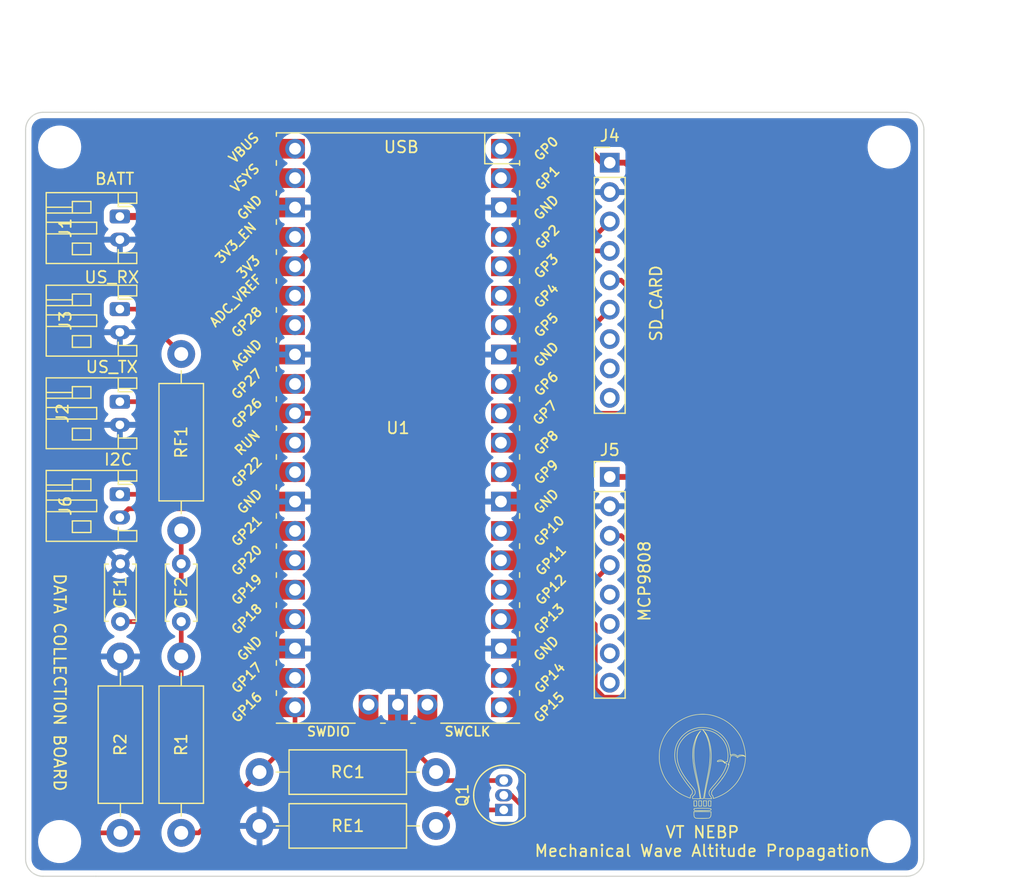
<source format=kicad_pcb>
(kicad_pcb (version 20211014) (generator pcbnew)
  (layers (0 "F.Cu" signal) (31 "B.Cu" power) (34 "B.Paste" user) (35 "F.Paste" user) (36 "B.SilkS" user "B.Silkscreen") (37 "F.SilkS" user "F.Silkscreen") (38 "B.Mask" user) (39 "F.Mask" user) (44 "Edge.Cuts" user))
  (net 0 "")
  (net 1 "GND")
  (net 2 "Net-(CF1-Pad1)")
  (net 3 "Net-(CF2-Pad2)")
  (net 4 "+3.3V")
  (net 5 "US_TX")
  (net 6 "US_RX")
  (net 7 "SD_SCK")
  (net 8 "SD_MISO")
  (net 9 "SD_MOSI")
  (net 10 "SD_CS")
  (net 14 "MCP9808_SDA")
  (net 19 "Net-(Q1-Pad1)")
  (net 20 "US_RX_P")
  (net 21 "SPC_SELECT")
  (net 31 "VCC")
  (net 35 "MCP9808_SCL")
  (net 36 "I2C_SCL")
  (net 37 "I2C_SDA")
  (footprint "Resistor_THT:R_Axial_DIN0411_L9.9mm_D3.6mm_P15.24mm_Horizontal" (layer "F.Cu") (at 101.75 122.75 90)
    (fp_text reference "R2" (at 7.62 0 90) (layer "F.SilkS"))
    (fp_text value "R")
    (pad "1" thru_hole circle (at 0 0 90) (size 2.4 2.4) (drill 1.2) (layers *.Cu *.Mask) (net 3 "Net-(CF2-Pad2)"))
    (pad "2" thru_hole oval (at 15.24 0 90) (size 2.4 2.4) (drill 1.2) (layers *.Cu *.Mask) (net 1 "GND"))
  )
  (footprint "Capacitor_THT:C_Disc_D4.7mm_W2.5mm_P5.00mm" (layer "F.Cu") (at 107 99.5 -90)
    (fp_text reference "CF2" (at 2.5 0 90) (layer "F.SilkS"))
    (fp_text value "C")
    (pad "1" thru_hole circle (at 0 0 270) (size 1.6 1.6) (drill 0.8) (layers *.Cu *.Mask) (net 2 "Net-(CF1-Pad1)"))
    (pad "2" thru_hole circle (at 5 0 270) (size 1.6 1.6) (drill 0.8) (layers *.Cu *.Mask) (net 3 "Net-(CF2-Pad2)"))
  )
  (footprint "Resistor_THT:R_Axial_DIN0411_L9.9mm_D3.6mm_P15.24mm_Horizontal" (layer "F.Cu") (at 129 122.15 180)
    (fp_text reference "RE1" (at 7.62 0) (layer "F.SilkS"))
    (fp_text value "R")
    (pad "1" thru_hole circle (at 0 0 180) (size 2.4 2.4) (drill 1.2) (layers *.Cu *.Mask) (net 19 "Net-(Q1-Pad1)"))
    (pad "2" thru_hole oval (at 15.24 0 180) (size 2.4 2.4) (drill 1.2) (layers *.Cu *.Mask) (net 1 "GND"))
  )
  (footprint "Connector_JST:JST_PH_S2B-PH-K_1x02_P2.00mm_Horizontal" (layer "F.Cu") (at 101.7 93.5 -90)
    (fp_text reference "J6" (at 1 4.7 90) (layer "F.SilkS"))
    (fp_text value "Conn_01x02_Female")
    (fp_text user "I2C" (at -3 0.14 unlocked) (layer "F.SilkS"))
    (pad "1" thru_hole roundrect (at 0 0 270) (size 1.2 1.75) (drill 0.75) (layers *.Cu *.Mask) (roundrect_rratio 0.2083333333) (net 36 "I2C_SCL"))
    (pad "2" thru_hole oval (at 2 0 270) (size 1.2 1.75) (drill 0.75) (layers *.Cu *.Mask) (net 37 "I2C_SDA"))
  )
  (footprint "MountingHole:MountingHole_2.7mm_M2.5" (layer "F.Cu") (at 96.5 123.5)
    (fp_text reference "H3" hide)
    (fp_text value "MountingHole")
    (pad "" np_thru_hole circle (at 0 0) (size 2.7 2.7) (drill 2.7) (layers *.Cu *.Mask))
  )
  (footprint "Rpi_pico:RPi_Pico_SMD_TH" (layer "F.Cu") (at 125.715 87.775)
    (fp_text reference "U1" (at 0 0) (layer "F.SilkS"))
    (fp_text value "Pico")
    (fp_text user "GP2" (at 12.9 -16.51 45) (layer "F.SilkS") (effects (font (size 0.8 0.8))))
    (fp_text user "GND" (at 12.8 19.05 45) (layer "F.SilkS") (effects (font (size 0.8 0.8))))
    (fp_text user "GP20" (at -13.054 11.43 45) (layer "F.SilkS") (effects (font (size 0.8 0.8))))
    (fp_text user "GP21" (at -13.054 8.9 45) (layer "F.SilkS") (effects (font (size 0.8 0.8))))
    (fp_text user "GP27" (at -13.054 -3.8 45) (layer "F.SilkS") (effects (font (size 0.8 0.8))))
    (fp_text user "GND" (at 12.8 6.35 45) (layer "F.SilkS") (effects (font (size 0.8 0.8))))
    (fp_text user "GP3" (at 12.8 -13.97 45) (layer "F.SilkS") (effects (font (size 0.8 0.8))))
    (fp_text user "VBUS" (at -13.3 -24.2 45) (layer "F.SilkS") (effects (font (size 0.8 0.8))))
    (fp_text user "GP22" (at -13.054 3.81 45) (layer "F.SilkS") (effects (font (size 0.8 0.8))))
    (fp_text user "3V3" (at -12.9 -13.9 45) (layer "F.SilkS") (effects (font (size 0.8 0.8))))
    (fp_text user "AGND" (at -13.054 -6.35 45) (layer "F.SilkS") (effects (font (size 0.8 0.8))))
    (fp_text user "GP14" (at 13.1 21.59 45) (layer "F.SilkS") (effects (font (size 0.8 0.8))))
    (fp_text user "SWCLK" (at 6 26.225) (layer "F.SilkS") (effects (font (size 0.8 0.8))))
    (fp_text user "GP7" (at 12.7 -1.3 45) (layer "F.SilkS") (effects (font (size 0.8 0.8))))
    (fp_text user "3V3_EN" (at -14 -16 45) (layer "F.SilkS") (effects (font (size 0.8 0.8))))
    (fp_text user "GP0" (at 12.8 -24.13 45) (layer "F.SilkS") (effects (font (size 0.8 0.8))))
    (fp_text user "GP5" (at 12.8 -8.89 45) (layer "F.SilkS") (effects (font (size 0.8 0.8))))
    (fp_text user "GND" (at -12.8 -19.05 45) (layer "F.SilkS") (effects (font (size 0.8 0.8))))
    (fp_text user "GP26" (at -13.054 -1.27 45) (layer "F.SilkS") (effects (font (size 0.8 0.8))))
    (fp_text user "GP11" (at 13.2 11.43 45) (layer "F.SilkS") (effects (font (size 0.8 0.8))))
    (fp_text user "GP6" (at 12.8 -3.81 45) (layer "F.SilkS") (effects (font (size 0.8 0.8))))
    (fp_text user "ADC_VREF" (at -14 -11 45) (layer "F.SilkS") (effects (font (size 0.8 0.8))))
    (fp_text user "GP15" (at 13.054 24.13 45) (layer "F.SilkS") (effects (font (size 0.8 0.8))))
    (fp_text user "GND" (at 12.8 -19.05 45) (layer "F.SilkS") (effects (font (size 0.8 0.8))))
    (fp_text user "RUN" (at -13 1.27 45) (layer "F.SilkS") (effects (font (size 0.8 0.8))))
    (fp_text user "GP28" (at -13.054 -9.144 45) (layer "F.SilkS") (effects (font (size 0.8 0.8))))
    (fp_text user "GND" (at -12.8 19.05 45) (layer "F.SilkS") (effects (font (size 0.8 0.8))))
    (fp_text user "GND" (at -12.8 6.35 45) (layer "F.SilkS") (effects (font (size 0.8 0.8))))
    (fp_text user "GP17" (at -13.054 21.59 45) (layer "F.SilkS") (effects (font (size 0.8 0.8))))
    (fp_text user "GP1" (at 12.9 -21.6 45) (layer "F.SilkS") (effects (font (size 0.8 0.8))))
    (fp_text user "VSYS" (at -13.2 -21.59 45) (layer "F.SilkS") (effects (font (size 0.8 0.8))))
    (fp_text user "GP18" (at -13.054 16.51 45) (layer "F.SilkS") (effects (font (size 0.8 0.8))))
    (fp_text user "GP19" (at -13.054 13.97 45) (layer "F.SilkS") (effects (font (size 0.8 0.8))))
    (fp_text user "GND" (at 12.8 -6.35 45) (layer "F.SilkS") (effects (font (size 0.8 0.8))))
    (fp_text user "GP9" (at 12.8 3.81 45) (layer "F.SilkS") (effects (font (size 0.8 0.8))))
    (fp_text user "GP12" (at 13.2 13.97 45) (layer "F.SilkS") (effects (font (size 0.8 0.8))))
    (fp_text user "GP8" (at 12.8 1.27 45) (layer "F.SilkS") (effects (font (size 0.8 0.8))))
    (fp_text user "GP10" (at 13.054 8.89 45) (layer "F.SilkS") (effects (font (size 0.8 0.8))))
    (fp_text user "GP13" (at 13.054 16.51 45) (layer "F.SilkS") (effects (font (size 0.8 0.8))))
    (fp_text user "GP4" (at 12.8 -11.43 45) (layer "F.SilkS") (effects (font (size 0.8 0.8))))
    (fp_text user "SWDIO" (at -6 26.225) (layer "F.SilkS") (effects (font (size 0.8 0.8))))
    (fp_text user "GP16" (at -13.054 24.13 45) (layer "F.SilkS") (effects (font (size 0.8 0.8))))
    (pad "1" thru_hole oval (at 8.89 -24.13) (size 1.7 1.7) (drill 1.02) (layers *.Cu *.Mask))
    (pad "1" smd rect (at 8.89 -24.13) (size 3.5 1.7) (drill (offset 0.9 0)) (layers "F.Cu" "F.Mask"))
    (pad "2" smd rect (at 8.89 -21.59) (size 3.5 1.7) (drill (offset 0.9 0)) (layers "F.Cu" "F.Mask"))
    (pad "2" thru_hole oval (at 8.89 -21.59) (size 1.7 1.7) (drill 1.02) (layers *.Cu *.Mask))
    (pad "3" thru_hole rect (at 8.89 -19.05) (size 1.7 1.7) (drill 1.02) (layers *.Cu *.Mask) (net 1 "GND"))
    (pad "3" smd rect (at 8.89 -19.05) (size 3.5 1.7) (drill (offset 0.9 0)) (layers "F.Cu" "F.Mask") (net 1 "GND"))
    (pad "4" thru_hole oval (at 8.89 -16.51) (size 1.7 1.7) (drill 1.02) (layers *.Cu *.Mask) (net 7 "SD_SCK"))
    (pad "4" smd rect (at 8.89 -16.51) (size 3.5 1.7) (drill (offset 0.9 0)) (layers "F.Cu" "F.Mask") (net 7 "SD_SCK"))
    (pad "5" smd rect (at 8.89 -13.97) (size 3.5 1.7) (drill (offset 0.9 0)) (layers "F.Cu" "F.Mask"))
    (pad "5" thru_hole oval (at 8.89 -13.97) (size 1.7 1.7) (drill 1.02) (layers *.Cu *.Mask))
    (pad "6" thru_hole oval (at 8.89 -11.43) (size 1.7 1.7) (drill 1.02) (layers *.Cu *.Mask) (net 8 "SD_MISO"))
    (pad "6" smd rect (at 8.89 -11.43) (size 3.5 1.7) (drill (offset 0.9 0)) (layers "F.Cu" "F.Mask") (net 8 "SD_MISO"))
    (pad "7" thru_hole oval (at 8.89 -8.89) (size 1.7 1.7) (drill 1.02) (layers *.Cu *.Mask) (net 10 "SD_CS"))
    (pad "7" smd rect (at 8.89 -8.89) (size 3.5 1.7) (drill (offset 0.9 0)) (layers "F.Cu" "F.Mask") (net 10 "SD_CS"))
    (pad "8" thru_hole rect (at 8.89 -6.35) (size 1.7 1.7) (drill 1.02) (layers *.Cu *.Mask) (net 1 "GND"))
    (pad "8" smd rect (at 8.89 -6.35) (size 3.5 1.7) (drill (offset 0.9 0)) (layers "F.Cu" "F.Mask") (net 1 "GND"))
    (pad "9" smd rect (at 8.89 -3.81) (size 3.5 1.7) (drill (offset 0.9 0)) (layers "F.Cu" "F.Mask"))
    (pad "9" thru_hole oval (at 8.89 -3.81) (size 1.7 1.7) (drill 1.02) (layers *.Cu *.Mask))
    (pad "10" thru_hole oval (at 8.89 -1.27) (size 1.7 1.7) (drill 1.02) (layers *.Cu *.Mask) (net 9 "SD_MOSI"))
    (pad "10" smd rect (at 8.89 -1.27) (size 3.5 1.7) (drill (offset 0.9 0)) (layers "F.Cu" "F.Mask") (net 9 "SD_MOSI"))
    (pad "11" smd rect (at 8.89 1.27) (size 3.5 1.7) (drill (offset 0.9 0)) (layers "F.Cu" "F.Mask"))
    (pad "11" thru_hole oval (at 8.89 1.27) (size 1.7 1.7) (drill 1.02) (layers *.Cu *.Mask))
    (pad "12" thru_hole oval (at 8.89 3.81) (size 1.7 1.7) (drill 1.02) (layers *.Cu *.Mask))
    (pad "12" smd rect (at 8.89 3.81) (size 3.5 1.7) (drill (offset 0.9 0)) (layers "F.Cu" "F.Mask"))
    (pad "13" thru_hole rect (at 8.89 6.35) (size 1.7 1.7) (drill 1.02) (layers *.Cu *.Mask) (net 1 "GND"))
    (pad "13" smd rect (at 8.89 6.35) (size 3.5 1.7) (drill (offset 0.9 0)) (layers "F.Cu" "F.Mask") (net 1 "GND"))
    (pad "14" thru_hole oval (at 8.89 8.89) (size 1.7 1.7) (drill 1.02) (layers *.Cu *.Mask))
    (pad "14" smd rect (at 8.89 8.89) (size 3.5 1.7) (drill (offset 0.9 0)) (layers "F.Cu" "F.Mask"))
    (pad "15" smd rect (at 8.89 11.43) (size 3.5 1.7) (drill (offset 0.9 0)) (layers "F.Cu" "F.Mask"))
    (pad "15" thru_hole oval (at 8.89 11.43) (size 1.7 1.7) (drill 1.02) (layers *.Cu *.Mask))
    (pad "16" thru_hole oval (at 8.89 13.97) (size 1.7 1.7) (drill 1.02) (layers *.Cu *.Mask) (net 14 "MCP9808_SDA"))
    (pad "16" smd rect (at 8.89 13.97) (size 3.5 1.7) (drill (offset 0.9 0)) (layers "F.Cu" "F.Mask") (net 14 "MCP9808_SDA"))
    (pad "17" thru_hole oval (at 8.89 16.51) (size 1.7 1.7) (drill 1.02) (layers *.Cu *.Mask) (net 35 "MCP9808_SCL"))
    (pad "17" smd rect (at 8.89 16.51) (size 3.5 1.7) (drill (offset 0.9 0)) (layers "F.Cu" "F.Mask") (net 35 "MCP9808_SCL"))
    (pad "18" smd rect (at 8.89 19.05) (size 3.5 1.7) (drill (offset 0.9 0)) (layers "F.Cu" "F.Mask") (net 1 "GND"))
    (pad "18" thru_hole rect (at 8.89 19.05) (size 1.7 1.7) (drill 1.02) (layers *.Cu *.Mask) (net 1 "GND"))
    (pad "19" smd rect (at 8.89 21.59) (size 3.5 1.7) (drill (offset 0.9 0)) (layers "F.Cu" "F.Mask"))
    (pad "19" thru_hole oval (at 8.89 21.59) (size 1.7 1.7) (drill 1.02) (layers *.Cu *.Mask))
    (pad "20" thru_hole oval (at 8.89 24.13) (size 1.7 1.7) (drill 1.02) (layers *.Cu *.Mask))
    (pad "20" smd rect (at 8.89 24.13) (size 3.5 1.7) (drill (offset 0.9 0)) (layers "F.Cu" "F.Mask"))
    (pad "21" thru_hole oval (at -8.89 24.13) (size 1.7 1.7) (drill 1.02) (layers *.Cu *.Mask) (net 21 "SPC_SELECT"))
    (pad "21" smd rect (at -8.89 24.13) (size 3.5 1.7) (drill (offset -0.9 0)) (layers "F.Cu" "F.Mask") (net 21 "SPC_SELECT"))
    (pad "22" thru_hole oval (at -8.89 21.59) (size 1.7 1.7) (drill 1.02) (layers *.Cu *.Mask))
    (pad "22" smd rect (at -8.89 21.59) (size 3.5 1.7) (drill (offset -0.9 0)) (layers "F.Cu" "F.Mask"))
    (pad "23" thru_hole rect (at -8.89 19.05) (size 1.7 1.7) (drill 1.02) (layers *.Cu *.Mask) (net 1 "GND"))
    (pad "23" smd rect (at -8.89 19.05) (size 3.5 1.7) (drill (offset -0.9 0)) (layers "F.Cu" "F.Mask") (net 1 "GND"))
    (pad "24" thru_hole oval (at -8.89 16.51) (size 1.7 1.7) (drill 1.02) (layers *.Cu *.Mask) (net 37 "I2C_SDA"))
    (pad "24" smd rect (at -8.89 16.51) (size 3.5 1.7) (drill (offset -0.9 0)) (layers "F.Cu" "F.Mask") (net 37 "I2C_SDA"))
    (pad "25" smd rect (at -8.89 13.97) (size 3.5 1.7) (drill (offset -0.9 0)) (layers "F.Cu" "F.Mask") (net 36 "I2C_SCL"))
    (pad "25" thru_hole oval (at -8.89 13.97) (size 1.7 1.7) (drill 1.02) (layers *.Cu *.Mask) (net 36 "I2C_SCL"))
    (pad "26" thru_hole oval (at -8.89 11.43) (size 1.7 1.7) (drill 1.02) (layers *.Cu *.Mask))
    (pad "26" smd rect (at -8.89 11.43) (size 3.5 1.7) (drill (offset -0.9 0)) (layers "F.Cu" "F.Mask"))
    (pad "27" thru_hole oval (at -8.89 8.89) (size 1.7 1.7) (drill 1.02) (layers *.Cu *.Mask))
    (pad "27" smd rect (at -8.89 8.89) (size 3.5 1.7) (drill (offset -0.9 0)) (layers "F.Cu" "F.Mask"))
    (pad "28" smd rect (at -8.89 6.35) (size 3.5 1.7) (drill (offset -0.9 0)) (layers "F.Cu" "F.Mask") (net 1 "GND"))
    (pad "28" thru_hole rect (at -8.89 6.35) (size 1.7 1.7) (drill 1.02) (layers *.Cu *.Mask) (net 1 "GND"))
    (pad "29" thru_hole oval (at -8.89 3.81) (size 1.7 1.7) (drill 1.02) (layers *.Cu *.Mask) (net 5 "US_TX"))
    (pad "29" smd rect (at -8.89 3.81) (size 3.5 1.7) (drill (offset -0.9 0)) (layers "F.Cu" "F.Mask") (net 5 "US_TX"))
    (pad "30" thru_hole oval (at -8.89 1.27) (size 1.7 1.7) (drill 1.02) (layers *.Cu *.Mask))
    (pad "30" smd rect (at -8.89 1.27) (size 3.5 1.7) (drill (offset -0.9 0)) (layers "F.Cu" "F.Mask"))
    (pad "31" thru_hole oval (at -8.89 -1.27) (size 1.7 1.7) (drill 1.02) (layers *.Cu *.Mask) (net 20 "US_RX_P"))
    (pad "31" smd rect (at -8.89 -1.27) (size 3.5 1.7) (drill (offset -0.9 0)) (layers "F.Cu" "F.Mask") (net 20 "US_RX_P"))
    (pad "32" thru_hole oval (at -8.89 -3.81) (size 1.7 1.7) (drill 1.02) (layers *.Cu *.Mask))
    (pad "32" smd rect (at -8.89 -3.81) (size 3.5 1.7) (drill (offset -0.9 0)) (layers "F.Cu" "F.Mask"))
    (pad "33" thru_hole rect (at -8.89 -6.35) (size 1.7 1.7) (drill 1.02) (layers *.Cu *.Mask) (net 1 "GND"))
    (pad "33" smd rect (at -8.89 -6.35) (size 3.5 1.7) (drill (offset -0.9 0)) (layers "F.Cu" "F.Mask") (net 1 "GND"))
    (pad "34" smd rect (at -8.89 -8.89) (size 3.5 1.7) (drill (offset -0.9 0)) (layers "F.Cu" "F.Mask"))
    (pad "34" thru_hole oval (at -8.89 -8.89) (size 1.7 1.7) (drill 1.02) (layers *.Cu *.Mask))
    (pad "35" thru_hole oval (at -8.89 -11.43) (size 1.7 1.7) (drill 1.02) (layers *.Cu *.Mask))
    (pad "35" smd rect (at -8.89 -11.43) (size 3.5 1.7) (drill (offset -0.9 0)) (layers "F.Cu" "F.Mask"))
    (pad "36" thru_hole oval (at -8.89 -13.97) (size 1.7 1.7) (drill 1.02) (layers *.Cu *.Mask) (net 4 "+3.3V"))
    (pad "36" smd rect (at -8.89 -13.97) (size 3.5 1.7) (drill (offset -0.9 0)) (layers "F.Cu" "F.Mask") (net 4 "+3.3V"))
    (pad "37" thru_hole oval (at -8.89 -16.51) (size 1.7 1.7) (drill 1.02) (layers *.Cu *.Mask))
    (pad "37" smd rect (at -8.89 -16.51) (size 3.5 1.7) (drill (offset -0.9 0)) (layers "F.Cu" "F.Mask"))
    (pad "38" thru_hole rect (at -8.89 -19.05) (size 1.7 1.7) (drill 1.02) (layers *.Cu *.Mask) (net 1 "GND"))
    (pad "38" smd rect (at -8.89 -19.05) (size 3.5 1.7) (drill (offset -0.9 0)) (layers "F.Cu" "F.Mask") (net 1 "GND"))
    (pad "39" thru_hole oval (at -8.89 -21.59) (size 1.7 1.7) (drill 1.02) (layers *.Cu *.Mask) (net 31 "VCC"))
    (pad "39" smd rect (at -8.89 -21.59) (size 3.5 1.7) (drill (offset -0.9 0)) (layers "F.Cu" "F.Mask") (net 31 "VCC"))
    (pad "40" smd rect (at -8.89 -24.13) (size 3.5 1.7) (drill (offset -0.9 0)) (layers "F.Cu" "F.Mask"))
    (pad "40" thru_hole oval (at -8.89 -24.13) (size 1.7 1.7) (drill 1.02) (layers *.Cu *.Mask))
    (pad "41" smd rect (at 2.54 23.9 90) (size 3.5 1.7) (drill (offset -0.9 0)) (layers "F.Cu" "F.Mask"))
    (pad "41" thru_hole oval (at 2.54 23.9) (size 1.7 1.7) (drill 1.02) (layers *.Cu *.Mask))
    (pad "42" smd rect (at 0 23.9 90) (size 3.5 1.7) (drill (offset -0.9 0)) (layers "F.Cu" "F.Mask") (net 1 "GND"))
    (pad "42" thru_hole rect (at 0 23.9) (size 1.7 1.7) (drill 1.02) (layers *.Cu *.Mask) (net 1 "GND"))
    (pad "43" smd rect (at -2.54 23.9 90) (size 3.5 1.7) (drill (offset -0.9 0)) (layers "F.Cu" "F.Mask"))
    (pad "43" thru_hole oval (at -2.54 23.9) (size 1.7 1.7) (drill 1.02) (layers *.Cu *.Mask))
  )
  (footprint "Connector_PinHeader_2.54mm:PinHeader_1x08_P2.54mm_Vertical" (layer "F.Cu") (at 144 92)
    (fp_text reference "J5" (at 0 -2.33) (layer "F.SilkS"))
    (fp_text value "Conn_01x08_Female")
    (fp_text user "MCP9808" (at 3 9 90 unlocked) (layer "F.SilkS"))
    (pad "1" thru_hole rect (at 0 0) (size 1.7 1.7) (drill 1) (layers *.Cu *.Mask) (net 4 "+3.3V"))
    (pad "2" thru_hole oval (at 0 2.54) (size 1.7 1.7) (drill 1) (layers *.Cu *.Mask) (net 1 "GND"))
    (pad "3" thru_hole oval (at 0 5.08) (size 1.7 1.7) (drill 1) (layers *.Cu *.Mask) (net 35 "MCP9808_SCL"))
    (pad "4" thru_hole oval (at 0 7.62) (size 1.7 1.7) (drill 1) (layers *.Cu *.Mask) (net 14 "MCP9808_SDA"))
    (pad "5" thru_hole oval (at 0 10.16) (size 1.7 1.7) (drill 1) (layers *.Cu *.Mask))
    (pad "6" thru_hole oval (at 0 12.7) (size 1.7 1.7) (drill 1) (layers *.Cu *.Mask))
    (pad "7" thru_hole oval (at 0 15.24) (size 1.7 1.7) (drill 1) (layers *.Cu *.Mask))
    (pad "8" thru_hole oval (at 0 17.78) (size 1.7 1.7) (drill 1) (layers *.Cu *.Mask))
  )
  (footprint "Resistor_THT:R_Axial_DIN0411_L9.9mm_D3.6mm_P15.24mm_Horizontal" (layer "F.Cu") (at 113.76 117.5)
    (fp_text reference "RC1" (at 7.62 0) (layer "F.SilkS"))
    (fp_text value "R")
    (pad "1" thru_hole circle (at 0 0) (size 2.4 2.4) (drill 1.2) (layers *.Cu *.Mask) (net 21 "SPC_SELECT"))
    (pad "2" thru_hole oval (at 15.24 0) (size 2.4 2.4) (drill 1.2) (layers *.Cu *.Mask) (net 20 "US_RX_P"))
  )
  (footprint "Capacitor_THT:C_Disc_D4.7mm_W2.5mm_P5.00mm" (layer "F.Cu") (at 101.75 104.5 90)
    (fp_text reference "CF1" (at 2.5 0 90) (layer "F.SilkS"))
    (fp_text value "C")
    (pad "1" thru_hole circle (at 0 0 90) (size 1.6 1.6) (drill 0.8) (layers *.Cu *.Mask) (net 2 "Net-(CF1-Pad1)"))
    (pad "2" thru_hole circle (at 5 0 90) (size 1.6 1.6) (drill 0.8) (layers *.Cu *.Mask) (net 1 "GND"))
  )
  (footprint "Resistor_THT:R_Axial_DIN0411_L9.9mm_D3.6mm_P15.24mm_Horizontal" (layer "F.Cu") (at 107 122.75 90)
    (fp_text reference "R1" (at 7.62 0 90) (layer "F.SilkS"))
    (fp_text value "R")
    (pad "1" thru_hole circle (at 0 0 90) (size 2.4 2.4) (drill 1.2) (layers *.Cu *.Mask) (net 21 "SPC_SELECT"))
    (pad "2" thru_hole oval (at 15.24 0 90) (size 2.4 2.4) (drill 1.2) (layers *.Cu *.Mask) (net 3 "Net-(CF2-Pad2)"))
  )
  (footprint "Connector_PinHeader_2.54mm:PinHeader_1x09_P2.54mm_Vertical" (layer "F.Cu") (at 144 64.85)
    (fp_text reference "J4" (at 0 -2.33) (layer "F.SilkS"))
    (fp_text value "Conn_01x09_Female")
    (fp_text user "SD_CARD" (at 4 12.15 90 unlocked) (layer "F.SilkS"))
    (pad "1" thru_hole rect (at 0 0) (size 1.7 1.7) (drill 1) (layers *.Cu *.Mask) (net 4 "+3.3V"))
    (pad "2" thru_hole oval (at 0 2.54) (size 1.7 1.7) (drill 1) (layers *.Cu *.Mask) (net 1 "GND"))
    (pad "3" thru_hole oval (at 0 5.08) (size 1.7 1.7) (drill 1) (layers *.Cu *.Mask) (net 7 "SD_SCK"))
    (pad "4" thru_hole oval (at 0 7.62) (size 1.7 1.7) (drill 1) (layers *.Cu *.Mask) (net 8 "SD_MISO"))
    (pad "5" thru_hole oval (at 0 10.16) (size 1.7 1.7) (drill 1) (layers *.Cu *.Mask) (net 9 "SD_MOSI"))
    (pad "6" thru_hole oval (at 0 12.7) (size 1.7 1.7) (drill 1) (layers *.Cu *.Mask) (net 10 "SD_CS"))
    (pad "7" thru_hole oval (at 0 15.24) (size 1.7 1.7) (drill 1) (layers *.Cu *.Mask))
    (pad "8" thru_hole oval (at 0 17.78) (size 1.7 1.7) (drill 1) (layers *.Cu *.Mask))
    (pad "9" thru_hole oval (at 0 20.32) (size 1.7 1.7) (drill 1) (layers *.Cu *.Mask))
  )
  (footprint "Resistor_THT:R_Axial_DIN0411_L9.9mm_D3.6mm_P15.24mm_Horizontal" (layer "F.Cu") (at 107 81.38 -90)
    (fp_text reference "RF1" (at 7.62 0 90) (layer "F.SilkS"))
    (fp_text value "R")
    (pad "1" thru_hole circle (at 0 0 270) (size 2.4 2.4) (drill 1.2) (layers *.Cu *.Mask) (net 6 "US_RX"))
    (pad "2" thru_hole oval (at 15.24 0 270) (size 2.4 2.4) (drill 1.2) (layers *.Cu *.Mask) (net 2 "Net-(CF1-Pad1)"))
  )
  (footprint "Connector_JST:JST_PH_S2B-PH-K_1x02_P2.00mm_Horizontal" (layer "F.Cu") (at 101.7 85.5 -90)
    (fp_text reference "J2" (at 1 4.95 90) (layer "F.SilkS"))
    (fp_text value "Conn_01x02_Female")
    (fp_text user "US_TX" (at -3 0.7 unlocked) (layer "F.SilkS"))
    (pad "1" thru_hole roundrect (at 0 0 270) (size 1.2 1.75) (drill 0.75) (layers *.Cu *.Mask) (roundrect_rratio 0.2083333333) (net 5 "US_TX"))
    (pad "2" thru_hole oval (at 2 0 270) (size 1.2 1.75) (drill 0.75) (layers *.Cu *.Mask) (net 1 "GND"))
  )
  (footprint "Connector_JST:JST_PH_S2B-PH-K_1x02_P2.00mm_Horizontal" (layer "F.Cu") (at 101.7 77.5 -90)
    (fp_text reference "J3" (at 1 4.7 90) (layer "F.SilkS"))
    (fp_text value "Conn_01x02_Female")
    (fp_text user "US_RX" (at -2.75 0.7 unlocked) (layer "F.SilkS"))
    (pad "1" thru_hole roundrect (at 0 0 270) (size 1.2 1.75) (drill 0.75) (layers *.Cu *.Mask) (roundrect_rratio 0.2083333333) (net 6 "US_RX"))
    (pad "2" thru_hole oval (at 2 0 270) (size 1.2 1.75) (drill 0.75) (layers *.Cu *.Mask) (net 1 "GND"))
  )
  (footprint "MountingHole:MountingHole_2.7mm_M2.5" (layer "F.Cu") (at 168.125 123.5)
    (fp_text reference "H4" hide)
    (fp_text value "MountingHole")
    (pad "" np_thru_hole circle (at 0 0) (size 2.7 2.7) (drill 2.7) (layers *.Cu *.Mask))
  )
  (footprint "LOGO" (layer "F.Cu") (at 152 117)
    (fp_text reference "G***" hide)
    (fp_text value "LOGO" hide)
  )
  (footprint "MountingHole:MountingHole_2.7mm_M2.5" (layer "F.Cu") (at 168.125 63.5)
    (fp_text reference "H1" hide)
    (fp_text value "MountingHole")
    (pad "" np_thru_hole circle (at 0 0) (size 2.7 2.7) (drill 2.7) (layers *.Cu *.Mask))
  )
  (footprint "Package_TO_SOT_THT:TO-92_Inline" (layer "F.Cu") (at 134.85 120.77 90)
    (fp_text reference "Q1" (at 1.27 -3.56 90) (layer "F.SilkS"))
    (fp_text value "2N3904")
    (pad "1" thru_hole rect (at 0 0 90) (size 1.05 1.5) (drill 0.75) (layers *.Cu *.Mask) (net 19 "Net-(Q1-Pad1)"))
    (pad "2" thru_hole oval (at 1.27 0 90) (size 1.05 1.5) (drill 0.75) (layers *.Cu *.Mask) (net 3 "Net-(CF2-Pad2)"))
    (pad "3" thru_hole oval (at 2.54 0 90) (size 1.05 1.5) (drill 0.75) (layers *.Cu *.Mask) (net 20 "US_RX_P"))
  )
  (footprint "MountingHole:MountingHole_2.7mm_M2.5" (layer "F.Cu") (at 96.5 63.5)
    (fp_text reference "H2" hide)
    (fp_text value "MountingHole")
    (pad "" np_thru_hole circle (at 0 0) (size 2.7 2.7) (drill 2.7) (layers *.Cu *.Mask))
  )
  (footprint "Connector_JST:JST_PH_S2B-PH-K_1x02_P2.00mm_Horizontal" (layer "F.Cu") (at 101.7 69.5 -90)
    (fp_text reference "J1" (at 1 4.7 90) (layer "F.SilkS"))
    (fp_text value "Conn_01x02_Female")
    (fp_text user "BATT" (at -3.25 0.45 unlocked) (layer "F.SilkS"))
    (pad "1" thru_hole roundrect (at 0 0 270) (size 1.2 1.75) (drill 0.75) (layers *.Cu *.Mask) (roundrect_rratio 0.2083333333) (net 31 "VCC"))
    (pad "2" thru_hole oval (at 2 0 270) (size 1.2 1.75) (drill 0.75) (layers *.Cu *.Mask) (net 1 "GND"))
  )
  (gr_arc (start 169.625 60.5) (mid 170.68566 60.93934) (end 171.125 62) (layer "Edge.Cuts") (width 0.1))
  (gr_arc (start 171.125 125) (mid 170.68566 126.06066) (end 169.625 126.5) (layer "Edge.Cuts") (width 0.1))
  (gr_arc (start 95.06066 126.5) (mid 94 126.06066) (end 93.56066 125) (layer "Edge.Cuts") (width 0.1))
  (gr_line (start 93.56066 125) (end 93.56066 62) (layer "Edge.Cuts") (width 0.1))
  (gr_arc (start 93.56066 62) (mid 94 60.93934) (end 95.06066 60.5) (layer "Edge.Cuts") (width 0.1))
  (gr_line (start 99.625 126.5) (end 95.06066 126.5) (layer "Edge.Cuts") (width 0.1))
  (gr_line (start 99.625 60.5) (end 169.625 60.5) (layer "Edge.Cuts") (width 0.1))
  (gr_line (start 99.625 60.5) (end 95.06066 60.5) (layer "Edge.Cuts") (width 0.1))
  (gr_line (start 171.125 62) (end 171.125 125) (layer "Edge.Cuts") (width 0.1))
  (gr_line (start 169.625 126.5) (end 99.625 126.5) (layer "Edge.Cuts") (width 0.1))
  (gr_text "USB" (at 126 63.5) (layer "F.SilkS") (effects (font (size 1 1))))
  (gr_text "DATA COLLECTION BOARD" (at 96.5 109.75 270) (layer "F.SilkS") (effects (font (size 1 1))))
  (gr_text "VT NEBP\nMechanical Wave Altitude Propagation" (at 152 123.5) (layer "F.SilkS") (effects (font (size 1 1))))
  (segment (start 107 102) (end 104.5 104.5) (width 0.4) (layer "F.Cu") (net 2))
  (segment (start 107 96.62) (end 107 99.5) (width 0.4) (layer "F.Cu") (net 2))
  (segment (start 104.5 104.5) (end 101.75 104.5) (width 0.4) (layer "F.Cu") (net 2))
  (segment (start 107 99.5) (end 107 102) (width 0.4) (layer "F.Cu") (net 2))
  (segment (start 107 120) (end 104.25 122.75) (width 0.4) (layer "F.Cu") (net 3))
  (segment (start 136.5 120.5) (end 135.5 119.5) (width 0.4) (layer "F.Cu") (net 3))
  (segment (start 100 125) (end 135.5 125) (width 0.4) (layer "F.Cu") (net 3))
  (segment (start 135.5 119.5) (end 134.85 119.5) (width 0.4) (layer "F.Cu") (net 3))
  (segment (start 101.75 122.75) (end 100 122.75) (width 0.4) (layer "F.Cu") (net 3))
  (segment (start 104.25 122.75) (end 101.75 122.75) (width 0.4) (layer "F.Cu") (net 3))
  (segment (start 100 122.75) (end 99.5 123.25) (width 0.4) (layer "F.Cu") (net 3))
  (segment (start 99.5 123.25) (end 99.5 124.5) (width 0.4) (layer "F.Cu") (net 3))
  (segment (start 107 104.5) (end 107 107.51) (width 0.4) (layer "F.Cu") (net 3))
  (segment (start 135.5 125) (end 136.5 124) (width 0.4) (layer "F.Cu") (net 3))
  (segment (start 99.5 124.5) (end 100 125) (width 0.4) (layer "F.Cu") (net 3))
  (segment (start 136.5 124) (end 136.5 120.5) (width 0.4) (layer "F.Cu") (net 3))
  (segment (start 107 107.51) (end 107 120) (width 0.4) (layer "F.Cu") (net 3))
  (segment (start 147 66.5) (end 147 90.5) (width 0.5) (layer "F.Cu") (net 4))
  (segment (start 147 90.5) (end 145.5 92) (width 0.5) (layer "F.Cu") (net 4))
  (segment (start 144 64.85) (end 143.35 64.85) (width 0.5) (layer "F.Cu") (net 4))
  (segment (start 140.5 62) (end 124 62) (width 0.6) (layer "F.Cu") (net 4))
  (segment (start 145.35 64.85) (end 147 66.5) (width 0.5) (layer "F.Cu") (net 4))
  (segment (start 143.35 64.85) (end 140.5 62) (width 0.5) (layer "F.Cu") (net 4))
  (segment (start 144 64.85) (end 145.35 64.85) (width 0.5) (layer "F.Cu") (net 4))
  (segment (start 124 62) (end 120 66) (width 0.6) (layer "F.Cu") (net 4))
  (segment (start 120 70.63) (end 116.825 73.805) (width 0.6) (layer "F.Cu") (net 4))
  (segment (start 120 66) (end 120 70.63) (width 0.6) (layer "F.Cu") (net 4))
  (segment (start 145.5 92) (end 144 92) (width 0.5) (layer "F.Cu") (net 4))
  (segment (start 111.335 91.585) (end 116.825 91.585) (width 0.4) (layer "F.Cu") (net 5))
  (segment (start 105.25 85.5) (end 111.335 91.585) (width 0.4) (layer "F.Cu") (net 5))
  (segment (start 101.7 85.5) (end 105.25 85.5) (width 0.4) (layer "F.Cu") (net 5))
  (segment (start 101.7 77.5) (end 103.12 77.5) (width 0.4) (layer "F.Cu") (net 6))
  (segment (start 103.12 77.5) (end 107 81.38) (width 0.4) (layer "F.Cu") (net 6))
  (segment (start 142.665 71.265) (end 144 69.93) (width 0.4) (layer "F.Cu") (net 7))
  (segment (start 134.605 71.265) (end 142.665 71.265) (width 0.4) (layer "F.Cu") (net 7))
  (segment (start 142.03 72.47) (end 144 72.47) (width 0.4) (layer "F.Cu") (net 8))
  (segment (start 138.155 76.345) (end 142.03 72.47) (width 0.4) (layer "F.Cu") (net 8))
  (segment (start 134.605 76.345) (end 138.155 76.345) (width 0.4) (layer "F.Cu") (net 8))
  (segment (start 145.5 86) (end 145.5 75.52) (width 0.4) (layer "F.Cu") (net 9))
  (segment (start 145.5 75.52) (end 144.99 75.01) (width 0.4) (layer "F.Cu") (net 9))
  (segment (start 144.995 86.505) (end 145.5 86) (width 0.4) (layer "F.Cu") (net 9))
  (segment (start 144.99 75.01) (end 144 75.01) (width 0.4) (layer "F.Cu") (net 9))
  (segment (start 134.605 86.505) (end 144.995 86.505) (width 0.4) (layer "F.Cu") (net 9))
  (segment (start 142.665 78.885) (end 144 77.55) (width 0.4) (layer "F.Cu") (net 10))
  (segment (start 134.605 78.885) (end 142.665 78.885) (width 0.4) (layer "F.Cu") (net 10))
  (segment (start 141.875 101.745) (end 144 99.62) (width 0.4) (layer "F.Cu") (net 14))
  (segment (start 134.605 101.745) (end 141.875 101.745) (width 0.4) (layer "F.Cu") (net 14))
  (segment (start 130.38 120.77) (end 129 122.15) (width 0.4) (layer "F.Cu") (net 19))
  (segment (start 134.85 120.77) (end 130.38 120.77) (width 0.4) (layer "F.Cu") (net 19))
  (segment (start 127 115.5) (end 122.7 115.5) (width 0.4) (layer "F.Cu") (net 20))
  (segment (start 119 111.8) (end 119 87) (width 0.4) (layer "F.Cu") (net 20))
  (segment (start 129.73 118.23) (end 134.85 118.23) (width 0.4) (layer "F.Cu") (net 20))
  (segment (start 118.505 86.505) (end 116.825 86.505) (width 0.4) (layer "F.Cu") (net 20))
  (segment (start 122.7 115.5) (end 119 111.8) (width 0.4) (layer "F.Cu") (net 20))
  (segment (start 129 117.5) (end 127 115.5) (width 0.4) (layer "F.Cu") (net 20))
  (segment (start 119 87) (end 118.505 86.505) (width 0.4) (layer "F.Cu") (net 20))
  (segment (start 129 117.5) (end 129.73 118.23) (width 0.4) (layer "F.Cu") (net 20))
  (segment (start 113.76 117.5) (end 108.51 122.75) (width 0.4) (layer "F.Cu") (net 21))
  (segment (start 116.825 111.905) (end 116.825 114.435) (width 0.4) (layer "F.Cu") (net 21))
  (segment (start 116.825 114.435) (end 113.76 117.5) (width 0.4) (layer "F.Cu") (net 21))
  (segment (start 108.51 122.75) (end 107 122.75) (width 0.4) (layer "F.Cu") (net 21))
  (segment (start 110.315 66.185) (end 116.825 66.185) (width 0.6) (layer "F.Cu") (net 31))
  (segment (start 101.7 69.5) (end 107 69.5) (width 0.6) (layer "F.Cu") (net 31))
  (segment (start 107 69.5) (end 110.315 66.185) (width 0.6) (layer "F.Cu") (net 31))
  (segment (start 142.75 110.297767) (end 143.482233 111.03) (width 0.4) (layer "F.Cu") (net 35))
  (segment (start 142.285 104.285) (end 142.75 104.75) (width 0.4) (layer "F.Cu") (net 35))
  (segment (start 143.482233 111.03) (end 144.97 111.03) (width 0.4) (layer "F.Cu") (net 35))
  (segment (start 142.75 104.75) (end 142.75 110.297767) (width 0.4) (layer "F.Cu") (net 35))
  (segment (start 144.97 111.03) (end 145.5 110.5) (width 0.4) (layer "F.Cu") (net 35))
  (segment (start 145.5 110.5) (end 145.5 97.58) (width 0.4) (layer "F.Cu") (net 35))
  (segment (start 145 97.08) (end 144 97.08) (width 0.4) (layer "F.Cu") (net 35))
  (segment (start 145.5 97.58) (end 145 97.08) (width 0.4) (layer "F.Cu") (net 35))
  (segment (start 134.605 104.285) (end 142.285 104.285) (width 0.4) (layer "F.Cu") (net 35))
  (segment (start 101.7 93.5) (end 109.25 93.5) (width 0.4) (layer "F.Cu") (net 36))
  (segment (start 109.25 93.5) (end 113.775 98.025) (width 0.4) (layer "F.Cu") (net 36))
  (segment (start 113.775 100.455) (end 115.065 101.745) (width 0.4) (layer "F.Cu") (net 36))
  (segment (start 115.065 101.745) (end 116.825 101.745) (width 0.4) (layer "F.Cu") (net 36))
  (segment (start 113.775 98.025) (end 113.775 100.455) (width 0.4) (layer "F.Cu") (net 36))
  (segment (start 112.75 101.75) (end 115.285 104.285) (width 0.4) (layer "F.Cu") (net 37))
  (segment (start 115.285 104.285) (end 116.825 104.285) (width 0.4) (layer "F.Cu") (net 37))
  (segment (start 112.75 98.75) (end 112.75 101.75) (width 0.4) (layer "F.Cu") (net 37))
  (segment (start 102.45 94.75) (end 108.75 94.75) (width 0.4) (layer "F.Cu") (net 37))
  (segment (start 108.75 94.75) (end 112.75 98.75) (width 0.4) (layer "F.Cu") (net 37))
  (segment (start 101.7 95.5) (end 102.45 94.75) (width 0.4) (layer "F.Cu") (net 37))
  (zone (net 1) (net_name "GND") (layer "B.Cu") (connect_pads (clearance 0.508)) (min_thickness 0.254) (fill yes (thermal_gap 0.508) (thermal_bridge_width 0.508))
    (polygon (pts (xy 171.5 127) (xy 93 127) (xy 93 60) (xy 171.5 60)))
  )
)
</source>
